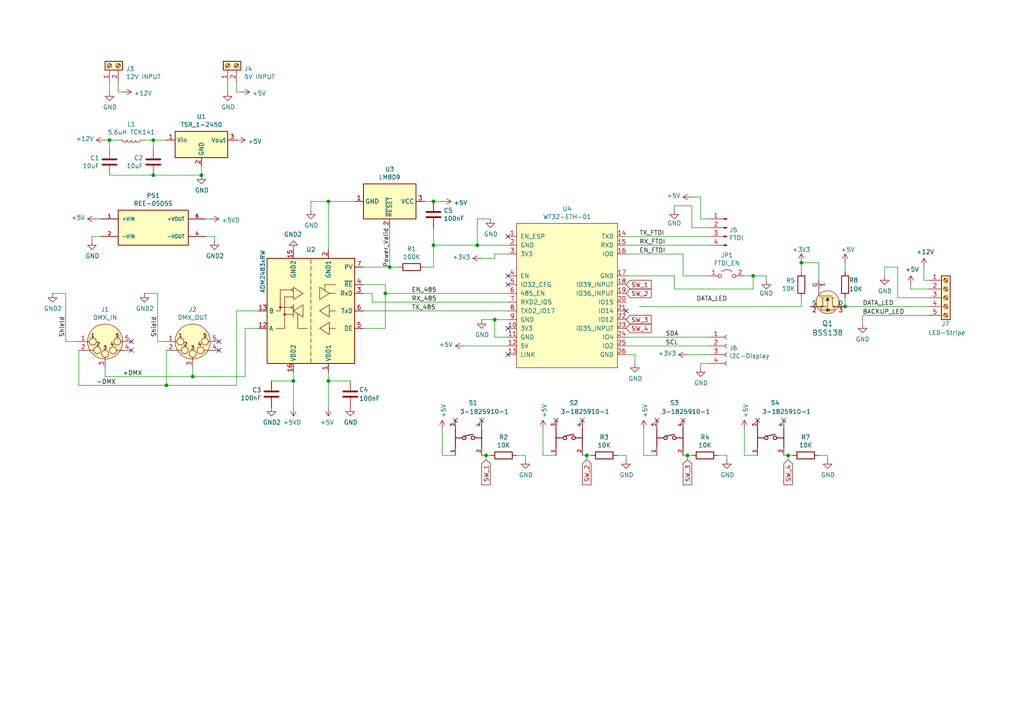
<source format=kicad_sch>
(kicad_sch (version 20211123) (generator eeschema)
  (paper "A4")
  (title_block (title "ESP-Pixel-LED-Controller") (date "2022-06-25") (rev "V0.1") (company "Luki-Lights Veranstaltungstechnik x BHT"))
  (lib_symbols
    (symbol "Connector:Conn_01x04_Female" (pin_names (offset 1.016) hide)
      (property "Reference" "J" (at 0 5.08 0))
      (property "Value" "Conn_01x04_Female" (at 0 -7.62 0))
      (symbol "Conn_01x04_Female_1_1"
        (arc (start 0 -4.572) (mid -0.508 -5.08) (end 0 -5.588) (stroke (width 0.1524)))
        (arc (start 0 -2.032) (mid -0.508 -2.54) (end 0 -3.048) (stroke (width 0.1524)))
        (polyline (pts (xy -1.27 -5.08) (xy -0.508 -5.08)) (stroke (width 0.1524)))
        (polyline (pts (xy -1.27 -2.54) (xy -0.508 -2.54)) (stroke (width 0.1524)))
        (polyline (pts (xy -1.27 0) (xy -0.508 0)) (stroke (width 0.1524)))
        (polyline (pts (xy -1.27 2.54) (xy -0.508 2.54)) (stroke (width 0.1524)))
        (arc (start 0 0.508) (mid -0.508 0) (end 0 -0.508) (stroke (width 0.1524)))
        (arc (start 0 3.048) (mid -0.508 2.54) (end 0 2.032) (stroke (width 0.1524)))
        (pin passive line (at -5.08 2.54 0) (length 3.81) (name "Pin_1") (number "1"))
        (pin passive line (at -5.08 0 0) (length 3.81) (name "Pin_2") (number "2"))
        (pin passive line (at -5.08 -2.54 0) (length 3.81) (name "Pin_3") (number "3"))
        (pin passive line (at -5.08 -5.08 0) (length 3.81) (name "Pin_4") (number "4"))
      )
    )
    (symbol "Connector:Conn_01x04_Male" (pin_names (offset 1.016) hide)
      (property "Reference" "J" (at 0 5.08 0))
      (property "Value" "Conn_01x04_Male" (at 0 -7.62 0))
      (symbol "Conn_01x04_Male_1_1"
        (polyline (pts (xy 1.27 -5.08) (xy 0.8636 -5.08)) (stroke (width 0.1524)))
        (polyline (pts (xy 1.27 -2.54) (xy 0.8636 -2.54)) (stroke (width 0.1524)))
        (polyline (pts (xy 1.27 0) (xy 0.8636 0)) (stroke (width 0.1524)))
        (polyline (pts (xy 1.27 2.54) (xy 0.8636 2.54)) (stroke (width 0.1524)))
        (rectangle (start 0.8636 -4.953) (end 0 -5.207) (stroke (width 0.1524)) (fill (type outline)))
        (rectangle (start 0.8636 -2.413) (end 0 -2.667) (stroke (width 0.1524)) (fill (type outline)))
        (rectangle (start 0.8636 0.127) (end 0 -0.127) (stroke (width 0.1524)) (fill (type outline)))
        (rectangle (start 0.8636 2.667) (end 0 2.413) (stroke (width 0.1524)) (fill (type outline)))
        (pin passive line (at 5.08 2.54 180) (length 3.81) (name "Pin_1") (number "1"))
        (pin passive line (at 5.08 0 180) (length 3.81) (name "Pin_2") (number "2"))
        (pin passive line (at 5.08 -2.54 180) (length 3.81) (name "Pin_3") (number "3"))
        (pin passive line (at 5.08 -5.08 180) (length 3.81) (name "Pin_4") (number "4"))
      )
    )
    (symbol "Connector:Screw_Terminal_01x02" (pin_names (offset 1.016) hide)
      (property "Reference" "J" (at 0 2.54 0))
      (property "Value" "Screw_Terminal_01x02" (at 0 -5.08 0))
      (symbol "Screw_Terminal_01x02_1_1"
        (rectangle (start -1.27 1.27) (end 1.27 -3.81) (stroke (width 0.254)) (fill (type background)))
        (circle (center 0 -2.54) (radius 0.635) (stroke (width 0.1524)))
        (polyline (pts (xy -0.5334 -2.2098) (xy 0.3302 -3.048)) (stroke (width 0.1524)))
        (polyline (pts (xy -0.5334 0.3302) (xy 0.3302 -0.508)) (stroke (width 0.1524)))
        (polyline (pts (xy -0.3556 -2.032) (xy 0.508 -2.8702)) (stroke (width 0.1524)))
        (polyline (pts (xy -0.3556 0.508) (xy 0.508 -0.3302)) (stroke (width 0.1524)))
        (circle (center 0 0) (radius 0.635) (stroke (width 0.1524)))
        (pin passive line (at -5.08 0 0) (length 3.81) (name "Pin_1") (number "1"))
        (pin passive line (at -5.08 -2.54 0) (length 3.81) (name "Pin_2") (number "2"))
      )
    )
    (symbol "Connector:Screw_Terminal_01x05" (pin_names (offset 1.016) hide)
      (property "Reference" "J" (at 0 7.62 0))
      (property "Value" "Screw_Terminal_01x05" (at 0 -7.62 0))
      (symbol "Screw_Terminal_01x05_1_1"
        (rectangle (start -1.27 6.35) (end 1.27 -6.35) (stroke (width 0.254)) (fill (type background)))
        (circle (center 0 -5.08) (radius 0.635) (stroke (width 0.1524)))
        (circle (center 0 -2.54) (radius 0.635) (stroke (width 0.1524)))
        (polyline (pts (xy -0.5334 -4.7498) (xy 0.3302 -5.588)) (stroke (width 0.1524)))
        (polyline (pts (xy -0.5334 -2.2098) (xy 0.3302 -3.048)) (stroke (width 0.1524)))
        (polyline (pts (xy -0.5334 0.3302) (xy 0.3302 -0.508)) (stroke (width 0.1524)))
        (polyline (pts (xy -0.5334 2.8702) (xy 0.3302 2.032)) (stroke (width 0.1524)))
        (polyline (pts (xy -0.5334 5.4102) (xy 0.3302 4.572)) (stroke (width 0.1524)))
        (polyline (pts (xy -0.3556 -4.572) (xy 0.508 -5.4102)) (stroke (width 0.1524)))
        (polyline (pts (xy -0.3556 -2.032) (xy 0.508 -2.8702)) (stroke (width 0.1524)))
        (polyline (pts (xy -0.3556 0.508) (xy 0.508 -0.3302)) (stroke (width 0.1524)))
        (polyline (pts (xy -0.3556 3.048) (xy 0.508 2.2098)) (stroke (width 0.1524)))
        (polyline (pts (xy -0.3556 5.588) (xy 0.508 4.7498)) (stroke (width 0.1524)))
        (circle (center 0 0) (radius 0.635) (stroke (width 0.1524)))
        (circle (center 0 2.54) (radius 0.635) (stroke (width 0.1524)))
        (circle (center 0 5.08) (radius 0.635) (stroke (width 0.1524)))
        (pin passive line (at -5.08 5.08 0) (length 3.81) (name "Pin_1") (number "1"))
        (pin passive line (at -5.08 2.54 0) (length 3.81) (name "Pin_2") (number "2"))
        (pin passive line (at -5.08 0 0) (length 3.81) (name "Pin_3") (number "3"))
        (pin passive line (at -5.08 -2.54 0) (length 3.81) (name "Pin_4") (number "4"))
        (pin passive line (at -5.08 -5.08 0) (length 3.81) (name "Pin_5") (number "5"))
      )
    )
    (symbol "Connector:XLR5" (pin_names hide)
      (property "Reference" "J" (at 0 8.89 0))
      (property "Value" "XLR5" (at 0 6.35 0))
      (symbol "XLR5_0_1"
        (circle (center -3.556 0) (radius 1.016))
        (circle (center -2.286 -2.54) (radius 1.016))
        (circle (center 0 -3.556) (radius 1.016))
        (polyline (pts (xy -5.08 -2.54) (xy -4.445 -2.54)))
        (polyline (pts (xy -5.08 0) (xy -4.572 0)))
        (polyline (pts (xy -4.572 -2.54) (xy -3.302 -2.54)))
        (polyline (pts (xy 0 -5.08) (xy 0 -4.572)))
        (polyline (pts (xy 4.572 -2.54) (xy 3.302 -2.54)))
        (polyline (pts (xy 5.08 -2.54) (xy 4.445 -2.54)))
        (polyline (pts (xy 5.08 0) (xy 4.572 0)))
        (circle (center 0 0) (radius 5.08) (fill (type background)))
        (circle (center 2.286 -2.54) (radius 1.016))
        (circle (center 3.556 0) (radius 1.016))
        (text "1" (at -3.556 1.778 0) (effects (font (size 1.016 1.016) bold)))
        (text "2" (at -2.032 -0.762 0) (effects (font (size 1.016 1.016) bold)))
        (text "3" (at 0 -1.778 0) (effects (font (size 1.016 1.016) bold)))
        (text "4" (at 2.032 -0.762 0) (effects (font (size 1.016 1.016) bold)))
        (text "5" (at 3.556 1.778 0) (effects (font (size 1.016 1.016) bold)))
      )
      (symbol "XLR5_1_1"
        (pin passive line (at -7.62 0 0) (length 2.54) (name "P1") (number "1"))
        (pin passive line (at -7.62 -2.54 0) (length 2.54) (name "P2") (number "2"))
        (pin passive line (at 0 -7.62 90) (length 2.54) (name "P3") (number "3"))
        (pin passive line (at 7.62 -2.54 180) (length 2.54) (name "P3") (number "4"))
        (pin passive line (at 7.62 0 180) (length 2.54) (name "P5") (number "5"))
      )
    )
    (symbol "Device:C" (pin_numbers hide) (pin_names (offset 0.254))
      (property "Reference" "C" (at 0.635 2.54 0))
      (property "Value" "C" (at 0.635 -2.54 0))
      (symbol "C_0_1"
        (polyline (pts (xy -2.032 -0.762) (xy 2.032 -0.762)) (stroke (width 0.508)))
        (polyline (pts (xy -2.032 0.762) (xy 2.032 0.762)) (stroke (width 0.508)))
      )
      (symbol "C_1_1"
        (pin passive line (at 0 3.81 270) (length 2.794) (name "~") (number "1"))
        (pin passive line (at 0 -3.81 90) (length 2.794) (name "~") (number "2"))
      )
    )
    (symbol "Device:L" (pin_numbers hide) (pin_names (offset 1.016) hide)
      (property "Reference" "L" (at -1.27 0 90))
      (property "Value" "L" (at 1.905 0 90))
      (symbol "L_0_1"
        (arc (start 0 -2.54) (mid 0.635 -1.905) (end 0 -1.27))
        (arc (start 0 -1.27) (mid 0.635 -0.635) (end 0 0))
        (arc (start 0 0) (mid 0.635 0.635) (end 0 1.27))
        (arc (start 0 1.27) (mid 0.635 1.905) (end 0 2.54))
      )
      (symbol "L_1_1"
        (pin passive line (at 0 3.81 270) (length 1.27) (name "1") (number "1"))
        (pin passive line (at 0 -3.81 90) (length 1.27) (name "2") (number "2"))
      )
    )
    (symbol "Device:R" (pin_numbers hide) (pin_names (offset 0))
      (property "Reference" "R" (at 2.032 0 90))
      (property "Value" "R" (at 0 0 90))
      (symbol "R_0_1"
        (rectangle (start -1.016 -2.54) (end 1.016 2.54) (stroke (width 0.254)))
      )
      (symbol "R_1_1"
        (pin passive line (at 0 3.81 270) (length 1.27) (name "~") (number "1"))
        (pin passive line (at 0 -3.81 90) (length 1.27) (name "~") (number "2"))
      )
    )
    (symbol "ESP_Encoder_Breakout-rescue:430156095726-WE_430156095726" (pin_names (offset 1.016) hide)
      (property "Reference" "S" (at 0.0254 5.9436 0))
      (property "Value" "430156095726-WE_430156095726" (at -3.7084 -4.3688 0))
      (symbol "430156095726-WE_430156095726_0_0"
        (polyline (pts (xy 0 -2.54) (xy -2.54 -2.54)) (stroke (width 0.254)))
        (polyline (pts (xy 0 -2.54) (xy 0 -0.5334)) (stroke (width 0.254)))
        (polyline (pts (xy 0 3.0734) (xy 0 5.08)) (stroke (width 0.254)))
        (polyline (pts (xy 0 5.08) (xy -2.54 5.08)) (stroke (width 0.254)))
        (polyline (pts (xy 0.4826 2.7432) (xy 1.0414 -0.0762)) (stroke (width 0.254)))
        (polyline (pts (xy 2.54 -2.54) (xy 0 -2.54)) (stroke (width 0.254)))
        (polyline (pts (xy 2.54 5.08) (xy 0 5.08)) (stroke (width 0.254)))
        (circle (center 0 0) (radius 0.508) (stroke (width 0.254)))
        (circle (center 0 2.54) (radius 0.508) (stroke (width 0.254)))
        (pin passive line (at -5.08 5.08 0) (length 2.54) (name "~") (number "1"))
        (pin passive line (at -5.08 -2.54 0) (length 2.54) (name "~") (number "2"))
        (pin passive line (at 5.08 5.08 180) (length 2.54) (name "~") (number "3"))
        (pin passive line (at 5.08 -2.54 180) (length 2.54) (name "~") (number "4"))
      )
    )
    (symbol "ESP_Encoder_Breakout-rescue:BSS138-dk_Transistors-FETs-MOSFETs-Single" (pin_names (offset 0))
      (property "Reference" "Q" (at -2.6924 3.6322 0))
      (property "Value" "BSS138-dk_Transistors-FETs-MOSFETs-Single" (at 3.4544 0 90))
      (symbol "BSS138-dk_Transistors-FETs-MOSFETs-Single_0_1"
        (circle (center -1.27 0) (radius 3.302) (fill (type background)))
        (circle (center 0 -1.905) (radius 0.127))
        (circle (center 0 -1.397) (radius 0.127))
        (polyline (pts (xy 0 -1.397) (xy -2.54 -1.397)))
        (polyline (pts (xy -5.08 -2.54) (xy -3.048 -2.54) (xy -3.048 1.397)))
        (polyline (pts (xy 0 -2.54) (xy 0 0) (xy -2.54 0)))
        (polyline (pts (xy 0 2.54) (xy 0 1.397) (xy -2.54 1.397)))
        (polyline (pts (xy -0.127 -1.905) (xy 1.016 -1.905) (xy 1.016 1.397) (xy 1.016 1.905) (xy -0.127 1.905)))
        (circle (center 0 1.905) (radius 0.127))
      )
      (symbol "BSS138-dk_Transistors-FETs-MOSFETs-Single_1_1"
        (polyline (pts (xy -2.54 -1.397) (xy -2.54 -1.905)))
        (polyline (pts (xy -2.54 -1.397) (xy -2.54 -0.889)))
        (polyline (pts (xy -2.54 0) (xy -2.54 -0.508)))
        (polyline (pts (xy -2.54 0) (xy -2.54 0.508)))
        (polyline (pts (xy -2.54 1.905) (xy -2.54 0.889)))
        (polyline (pts (xy 1.524 0.508) (xy 0.508 0.508)))
        (polyline (pts (xy -2.54 0) (xy -1.778 0.508) (xy -1.778 -0.508) (xy -2.54 0)) (fill (type outline)))
        (polyline (pts (xy 1.016 0.508) (xy 0.508 -0.254) (xy 1.524 -0.254) (xy 1.016 0.508)) (fill (type outline)))
        (pin bidirectional line (at -7.62 -2.54 0) (length 2.54) (name "G") (number "1"))
        (pin bidirectional line (at 0 -5.08 90) (length 2.54) (name "S") (number "2"))
        (pin bidirectional line (at 0 5.08 270) (length 2.54) (name "D") (number "3"))
      )
    )
    (symbol "ESP_Encoder_Breakout-rescue:REE-0505S-REE-0505S" (pin_names (offset 1.016))
      (property "Reference" "PS" (at -10.16 6.35 0))
      (property "Value" "REE-0505S-REE-0505S" (at -10.16 -7.62 0))
      (symbol "REE-0505S-REE-0505S_0_0"
        (rectangle (start -10.16 -5.08) (end 10.16 5.08) (stroke (width 0.254)) (fill (type background)))
        (pin input line (at -15.24 2.54 0) (length 5.08) (name "+VIN") (number "1"))
        (pin input line (at -15.24 -2.54 0) (length 5.08) (name "-VIN") (number "2"))
        (pin output line (at 15.24 -2.54 180) (length 5.08) (name "-VOUT") (number "4"))
        (pin output line (at 15.24 2.54 180) (length 5.08) (name "+VOUT") (number "6"))
      )
    )
    (symbol "ESP_Encoder_Breakout-rescue:WT32-ETH-01-dk_RF-Transceiver-Modules" (pin_names (offset 1.016))
      (property "Reference" "U" (at -11.43 -21.59 0))
      (property "Value" "WT32-ETH-01-dk_RF-Transceiver-Modules" (at 0 2.54 90))
      (symbol "WT32-ETH-01-dk_RF-Transceiver-Modules_0_1"
        (rectangle (start -13.97 22.86) (end 15.24 -19.05) (fill (type background)))
      )
      (symbol "WT32-ETH-01-dk_RF-Transceiver-Modules_1_1"
        (pin input line (at -16.51 19.05 0) (length 2.54) (name "EN_ESP") (number "1"))
        (pin input line (at -16.51 -7.62 0) (length 2.54) (name "3V3") (number "10"))
        (pin input line (at -16.51 -10.16 0) (length 2.54) (name "GND") (number "11"))
        (pin input line (at -16.51 -12.7 0) (length 2.54) (name "5V") (number "12"))
        (pin input line (at -16.51 -15.24 0) (length 2.54) (name "LINK") (number "13"))
        (pin output line (at 17.78 19.05 180) (length 2.54) (name "TXD") (number "14"))
        (pin input line (at 17.78 16.51 180) (length 2.54) (name "RXD~{}") (number "15"))
        (pin input line (at 17.78 13.97 180) (length 2.54) (name "IO0~{}") (number "16"))
        (pin input line (at 17.78 7.62 180) (length 2.54) (name "GND") (number "17"))
        (pin input line (at 17.78 5.08 180) (length 2.54) (name "IO39_INPUT~{}") (number "18"))
        (pin input line (at 17.78 2.54 180) (length 2.54) (name "IO36_INPUT~{}") (number "19"))
        (pin input line (at -16.51 16.51 0) (length 2.54) (name "GND~{}") (number "2"))
        (pin bidirectional line (at 17.78 0 180) (length 2.54) (name "IO15~{}") (number "20"))
        (pin bidirectional line (at 17.78 -2.54 180) (length 2.54) (name "IO14~{}") (number "21"))
        (pin bidirectional line (at 17.78 -5.08 180) (length 2.54) (name "IO12~{}") (number "22"))
        (pin input line (at 17.78 -7.62 180) (length 2.54) (name "IO35_INPUT") (number "23"))
        (pin bidirectional line (at 17.78 -10.16 180) (length 2.54) (name "IO4") (number "24"))
        (pin bidirectional line (at 17.78 -12.7 180) (length 2.54) (name "IO2") (number "25"))
        (pin input line (at 17.78 -15.24 180) (length 2.54) (name "GND") (number "26"))
        (pin input line (at -16.51 13.97 0) (length 2.54) (name "3V3") (number "3"))
        (pin input line (at -16.51 7.62 0) (length 2.54) (name "EN") (number "4"))
        (pin input line (at -16.51 5.08 0) (length 2.54) (name "IO32_CFG") (number "5"))
        (pin input line (at -16.51 2.54 0) (length 2.54) (name "485_EN") (number "6"))
        (pin input line (at -16.51 0 0) (length 2.54) (name "RXD2_IO5") (number "7"))
        (pin output line (at -16.51 -2.54 0) (length 2.54) (name "TXD2_IO17") (number "8"))
        (pin input line (at -16.51 -5.08 0) (length 2.54) (name "GND") (number "9"))
      )
    )
    (symbol "Interface_UART:ADM2483xRW"
      (property "Reference" "U" (at -12.7 16.51 0))
      (property "Value" "ADM2483xRW" (at 6.35 16.51 0))
      (symbol "ADM2483xRW_0_0"
        (polyline (pts (xy 0 -13.589) (xy 0 -14.859)))
        (polyline (pts (xy 0 -11.684) (xy 0 -12.954)))
        (polyline (pts (xy 0 -9.779) (xy 0 -11.049)))
        (polyline (pts (xy 0 -7.874) (xy 0 -9.144)))
        (polyline (pts (xy 0 -5.969) (xy 0 -7.239)))
        (polyline (pts (xy 0 -4.064) (xy 0 -5.334)))
        (polyline (pts (xy 0 -2.159) (xy 0 -3.429)))
        (polyline (pts (xy 0 -0.254) (xy 0 -1.524)))
        (polyline (pts (xy 0 1.651) (xy 0 0.381)))
        (polyline (pts (xy 0 3.556) (xy 0 2.286)))
        (polyline (pts (xy 0 5.461) (xy 0 4.191)))
        (polyline (pts (xy 0 7.366) (xy 0 6.096)))
        (polyline (pts (xy 0 9.271) (xy 0 8.001)))
        (polyline (pts (xy 0 11.176) (xy 0 9.906)))
        (polyline (pts (xy 0 13.081) (xy 0 11.811)))
        (polyline (pts (xy 0 14.986) (xy 0 13.716)))
      )
      (symbol "ADM2483xRW_0_1"
        (rectangle (start -12.7 15.24) (end 12.7 -15.24) (stroke (width 0.254)) (fill (type background)))
        (polyline (pts (xy -5.334 -5.08) (xy -7.112 -5.08)))
        (polyline (pts (xy -5.334 0) (xy -7.112 0)))
        (polyline (pts (xy -5.334 5.08) (xy -7.112 5.08)))
        (polyline (pts (xy 5.08 1.016) (xy 7.62 1.016)))
        (polyline (pts (xy 5.08 1.905) (xy 5.08 -1.905)))
        (polyline (pts (xy 5.715 -1.016) (xy 8.89 -1.016)))
        (polyline (pts (xy -7.112 -7.62) (xy -4.064 -7.62) (xy -4.064 -5.969)))
        (polyline (pts (xy 1.016 5.08) (xy 3.81 5.08) (xy 3.81 0.889)))
        (polyline (pts (xy -5.334 -5.08) (xy -2.54 -3.302) (xy -2.54 -6.858) (xy -5.334 -5.08)))
        (polyline (pts (xy -2.54 0) (xy -5.334 1.778) (xy -5.334 -1.778) (xy -2.54 0)))
        (polyline (pts (xy -2.54 5.08) (xy -5.334 6.858) (xy -5.334 3.302) (xy -2.54 5.08)))
        (polyline (pts (xy 2.286 -5.08) (xy 5.08 -3.302) (xy 5.08 -6.858) (xy 2.286 -5.08)))
        (polyline (pts (xy 5.08 -4.064) (xy 7.62 -4.064) (xy 7.62 5.08) (xy 10.16 5.08)))
        (polyline (pts (xy 5.08 0) (xy 2.286 1.778) (xy 2.286 -1.778) (xy 5.08 0)))
        (polyline (pts (xy 5.715 -6.096) (xy 8.89 -6.096) (xy 8.89 0) (xy 10.16 0)))
        (circle (center 5.3848 -6.0706) (radius 0.3048))
        (circle (center 5.3848 -0.9906) (radius 0.3048))
        (circle (center 7.62 1.016) (radius 0.254) (fill (type outline)))
        (circle (center 8.89 -1.016) (radius 0.254) (fill (type outline)))
      )
      (symbol "ADM2483xRW_1_1"
        (pin power_in line (at -5.08 17.78 270) (length 2.54) (name "VDD1") (number "1"))
        (pin no_connect line (at 7.62 -15.24 90) (length 2.54) hide (name "NC") (number "10"))
        (pin no_connect line (at 12.7 -7.62 180) (length 2.54) hide (name "NC") (number "11"))
        (pin bidirectional line (at 15.24 5.08 180) (length 2.54) (name "A") (number "12"))
        (pin bidirectional line (at 15.24 0 180) (length 2.54) (name "B") (number "13"))
        (pin no_connect line (at 12.7 7.62 180) (length 2.54) hide (name "NC") (number "14"))
        (pin power_in line (at 5.08 -17.78 90) (length 2.54) (name "GND2") (number "15"))
        (pin power_in line (at 5.08 17.78 270) (length 2.54) (name "VDD2") (number "16"))
        (pin power_in line (at -5.08 -17.78 90) (length 2.54) (name "GND1") (number "2"))
        (pin output line (at -15.24 -5.08 0) (length 2.54) (name "RxD") (number "3"))
        (pin input line (at -15.24 -7.62 0) (length 2.54) (name "~{RE}") (number "4"))
        (pin input line (at -15.24 5.08 0) (length 2.54) (name "DE") (number "5"))
        (pin input line (at -15.24 0 0) (length 2.54) (name "TxD") (number "6"))
        (pin input line (at -15.24 -12.7 0) (length 2.54) (name "PV") (number "7"))
        (pin passive line (at -5.08 -17.78 90) (length 2.54) hide (name "GND1") (number "8"))
        (pin passive line (at 5.08 -17.78 90) (length 2.54) hide (name "GND2") (number "9"))
      )
    )
    (symbol "Jumper:Jumper_2_Open" (pin_names (offset 0) hide)
      (property "Reference" "JP" (at 0 2.794 0))
      (property "Value" "Jumper_2_Open" (at 0 -2.286 0))
      (symbol "Jumper_2_Open_0_0"
        (circle (center -2.032 0) (radius 0.508))
        (circle (center 2.032 0) (radius 0.508))
      )
      (symbol "Jumper_2_Open_0_1"
        (arc (start 1.524 1.27) (mid 0 1.778) (end -1.524 1.27))
      )
      (symbol "Jumper_2_Open_1_1"
        (pin passive line (at -5.08 0 0) (length 2.54) (name "A") (number "1"))
        (pin passive line (at 5.08 0 180) (length 2.54) (name "B") (number "2"))
      )
    )
    (symbol "Power_Supervisor:LM809"
      (property "Reference" "U" (at 2.54 12.7 0))
      (property "Value" "LM809" (at 5.08 10.16 0))
      (symbol "LM809_0_1"
        (rectangle (start 5.08 7.62) (end -5.08 -7.62) (stroke (width 0.254)) (fill (type background)))
      )
      (symbol "LM809_1_1"
        (pin power_in line (at 0 -10.16 90) (length 2.54) (name "GND") (number "1"))
        (pin output line (at 7.62 0 180) (length 2.54) (name "~{RESET}") (number "2"))
        (pin power_in line (at 0 10.16 270) (length 2.54) (name "VCC") (number "3"))
      )
    )
    (symbol "Regulator_Switching:TSR_1-2450"
      (property "Reference" "U" (at -7.62 6.35 0))
      (property "Value" "TSR_1-2450" (at -1.27 6.35 0))
      (symbol "TSR_1-2450_0_1"
        (rectangle (start -7.62 5.08) (end 7.62 -2.54) (stroke (width 0.254)) (fill (type background)))
      )
      (symbol "TSR_1-2450_1_1"
        (pin power_in line (at -10.16 2.54 0) (length 2.54) (name "Vin") (number "1"))
        (pin power_in line (at 0 -5.08 90) (length 2.54) (name "GND") (number "2"))
        (pin power_out line (at 10.16 2.54 180) (length 2.54) (name "Vout") (number "3"))
      )
    )
    (symbol "power:+12V" (power) (pin_names (offset 0))
      (property "Value" "+12V" (at 0 3.556 0))
      (symbol "+12V_0_1"
        (polyline (pts (xy -0.762 1.27) (xy 0 2.54)))
        (polyline (pts (xy 0 0) (xy 0 2.54)))
        (polyline (pts (xy 0 2.54) (xy 0.762 1.27)))
      )
      (symbol "+12V_1_1"
        (pin power_in line (at 0 0 90) (length 0) hide (name "+12V") (number "1"))
      )
    )
    (symbol "power:+3.3V" (power) (pin_names (offset 0))
      (property "Value" "+3.3V" (at 0 3.556 0))
      (symbol "+3.3V_0_1"
        (polyline (pts (xy -0.762 1.27) (xy 0 2.54)))
        (polyline (pts (xy 0 0) (xy 0 2.54)))
        (polyline (pts (xy 0 2.54) (xy 0.762 1.27)))
      )
      (symbol "+3.3V_1_1"
        (pin power_in line (at 0 0 90) (length 0) hide (name "+3V3") (number "1"))
      )
    )
    (symbol "power:+5V" (power) (pin_names (offset 0))
      (property "Value" "+5V" (at 0 3.556 0))
      (symbol "+5V_0_1"
        (polyline (pts (xy -0.762 1.27) (xy 0 2.54)))
        (polyline (pts (xy 0 0) (xy 0 2.54)))
        (polyline (pts (xy 0 2.54) (xy 0.762 1.27)))
      )
      (symbol "+5V_1_1"
        (pin power_in line (at 0 0 90) (length 0) hide (name "+5V") (number "1"))
      )
    )
    (symbol "power:+5VD" (power) (pin_names (offset 0))
      (property "Value" "+5VD" (at 0 3.556 0))
      (symbol "+5VD_0_1"
        (polyline (pts (xy -0.762 1.27) (xy 0 2.54)))
        (polyline (pts (xy 0 0) (xy 0 2.54)))
        (polyline (pts (xy 0 2.54) (xy 0.762 1.27)))
      )
      (symbol "+5VD_1_1"
        (pin power_in line (at 0 0 90) (length 0) hide (name "+5VD") (number "1"))
      )
    )
    (symbol "power:GND" (power) (pin_names (offset 0))
      (property "Value" "GND" (at 0 -3.81 0))
      (symbol "GND_0_1"
        (polyline (pts (xy 0 0) (xy 0 -1.27) (xy 1.27 -1.27) (xy 0 -2.54) (xy -1.27 -1.27) (xy 0 -1.27)))
      )
      (symbol "GND_1_1"
        (pin power_in line (at 0 0 270) (length 0) hide (name "GND") (number "1"))
      )
    )
    (symbol "power:GND2" (power) (pin_names (offset 0))
      (property "Value" "GND2" (at 0 -3.81 0))
      (symbol "GND2_0_1"
        (polyline (pts (xy 0 0) (xy 0 -1.27) (xy 1.27 -1.27) (xy 0 -2.54) (xy -1.27 -1.27) (xy 0 -1.27)))
      )
      (symbol "GND2_1_1"
        (pin power_in line (at 0 0 270) (length 0) hide (name "GND2") (number "1"))
      )
    )
  )
  (junction (at 125.73 58.42))
  (junction (at 228.6 132.08))
  (junction (at 232.41 76.2))
  (junction (at 111.76 85.09))
  (junction (at 245.11 88.9))
  (junction (at 170.18 132.08))
  (junction (at 138.43 71.12))
  (junction (at 95.25 110.49))
  (junction (at 140.97 132.08))
  (junction (at 55.88 109.22))
  (junction (at 113.03 77.47))
  (junction (at 199.39 132.08))
  (junction (at 85.09 110.49))
  (junction (at 48.26 111.76))
  (junction (at 31.75 40.64))
  (junction (at 218.44 80.01))
  (junction (at 95.25 58.42))
  (junction (at 58.42 50.8))
  (junction (at 125.73 71.12))
  (junction (at 44.45 40.64))
  (junction (at 44.45 50.8))
  (junction (at 143.51 92.71))
  (no_connect (at 190.5 121.92))
  (no_connect (at 38.1 101.6))
  (no_connect (at 227.33 121.92))
  (no_connect (at 147.32 95.25))
  (no_connect (at 58.42 -36.83))
  (no_connect (at 63.5 101.6))
  (no_connect (at 168.91 121.92))
  (no_connect (at 147.32 82.55))
  (no_connect (at 147.32 102.87))
  (no_connect (at 38.1 99.06))
  (no_connect (at 132.08 121.92))
  (no_connect (at 139.7 121.92))
  (no_connect (at 63.5 99.06))
  (no_connect (at 198.12 121.92))
  (no_connect (at 181.61 90.17))
  (no_connect (at 219.71 121.92))
  (no_connect (at 161.29 121.92))
  (no_connect (at 147.32 68.58))
  (no_connect (at 147.32 80.01))
  (wire (pts (xy 245.11 76.2) (xy 245.11 78.74)))
  (wire (pts (xy 85.09 110.49) (xy 85.09 107.95)))
  (wire (pts (xy 22.86 99.06) (xy 19.05 99.06)))
  (wire (pts (xy 143.51 92.71) (xy 143.51 97.79)))
  (wire (pts (xy 227.33 132.08) (xy 228.6 132.08)))
  (wire (pts (xy 215.9 132.08) (xy 219.71 132.08)))
  (wire (pts (xy 264.16 83.82) (xy 264.16 82.55)))
  (wire (pts (xy 107.95 85.09) (xy 107.95 87.63)))
  (wire (pts (xy 105.41 90.17) (xy 147.32 90.17)))
  (wire (pts (xy 245.11 86.36) (xy 245.11 88.9)))
  (wire (pts (xy 198.12 80.01) (xy 205.74 80.01)))
  (wire (pts (xy 143.51 97.79) (xy 147.32 97.79)))
  (wire (pts (xy 128.27 124.46) (xy 128.27 132.08)))
  (wire (pts (xy 55.88 109.22) (xy 55.88 106.68)))
  (wire (pts (xy 240.03 132.08) (xy 240.03 133.35)))
  (wire (pts (xy 113.03 77.47) (xy 115.57 77.47)))
  (wire (pts (xy 237.49 76.2) (xy 237.49 81.28)))
  (wire (pts (xy 232.41 88.9) (xy 232.41 86.36)))
  (wire (pts (xy 105.41 77.47) (xy 113.03 77.47)))
  (wire (pts (xy 30.48 106.68) (xy 30.48 109.22)))
  (wire (pts (xy 71.12 95.25) (xy 74.93 95.25)))
  (wire (pts (xy 138.43 71.12) (xy 147.32 71.12)))
  (wire (pts (xy 218.44 80.01) (xy 222.25 80.01)))
  (wire (pts (xy 101.6 110.49) (xy 95.25 110.49)))
  (wire (pts (xy 95.25 58.42) (xy 95.25 72.39)))
  (wire (pts (xy 181.61 100.33) (xy 205.74 100.33)))
  (wire (pts (xy 111.76 85.09) (xy 147.32 85.09)))
  (wire (pts (xy 78.74 110.49) (xy 85.09 110.49)))
  (wire (pts (xy 181.61 97.79) (xy 205.74 97.79)))
  (wire (pts (xy 181.61 73.66) (xy 198.12 73.66)))
  (wire (pts (xy 48.26 111.76) (xy 48.26 101.6)))
  (wire (pts (xy 245.11 88.9) (xy 269.24 88.9)))
  (wire (pts (xy 107.95 87.63) (xy 147.32 87.63)))
  (wire (pts (xy 205.74 102.87) (xy 199.39 102.87)))
  (wire (pts (xy 200.66 57.15) (xy 203.2 57.15)))
  (wire (pts (xy 30.48 109.22) (xy 55.88 109.22)))
  (wire (pts (xy 138.43 63.5) (xy 142.24 63.5)))
  (wire (pts (xy 184.15 102.87) (xy 184.15 105.41)))
  (wire (pts (xy 125.73 71.12) (xy 125.73 77.47)))
  (wire (pts (xy 199.39 132.08) (xy 200.66 132.08)))
  (wire (pts (xy 71.12 109.22) (xy 71.12 95.25)))
  (wire (pts (xy 44.45 40.64) (xy 48.26 40.64)))
  (wire (pts (xy 260.35 86.36) (xy 269.24 86.36)))
  (wire (pts (xy 27.94 63.5) (xy 29.21 63.5)))
  (wire (pts (xy 68.58 111.76) (xy 48.26 111.76)))
  (wire (pts (xy 205.74 66.04) (xy 200.66 66.04)))
  (wire (pts (xy 138.43 71.12) (xy 138.43 63.5)))
  (wire (pts (xy 181.61 71.12) (xy 205.74 71.12)))
  (wire (pts (xy 147.32 92.71) (xy 143.51 92.71)))
  (wire (pts (xy 195.58 59.69) (xy 195.58 60.96)))
  (wire (pts (xy 260.35 86.36) (xy 260.35 77.47)))
  (wire (pts (xy 149.86 132.08) (xy 152.4 132.08)))
  (wire (pts (xy 19.05 85.09) (xy 19.05 99.06)))
  (wire (pts (xy 218.44 83.82) (xy 218.44 80.01)))
  (wire (pts (xy 140.97 132.08) (xy 142.24 132.08)))
  (wire (pts (xy 269.24 81.28) (xy 267.97 81.28)))
  (wire (pts (xy 102.87 58.42) (xy 95.25 58.42)))
  (wire (pts (xy 181.61 132.08) (xy 181.61 133.35)))
  (wire (pts (xy 208.28 132.08) (xy 210.82 132.08)))
  (wire (pts (xy 29.21 68.58) (xy 26.67 68.58)))
  (wire (pts (xy 111.76 85.09) (xy 111.76 95.25)))
  (wire (pts (xy 232.41 78.74) (xy 232.41 76.2)))
  (wire (pts (xy 203.2 106.68) (xy 203.2 105.41)))
  (wire (pts (xy 41.91 40.64) (xy 44.45 40.64)))
  (wire (pts (xy 203.2 63.5) (xy 205.74 63.5)))
  (wire (pts (xy 34.29 26.67) (xy 35.56 26.67)))
  (wire (pts (xy 143.51 73.66) (xy 143.51 74.93)))
  (wire (pts (xy 26.67 68.58) (xy 26.67 69.85)))
  (wire (pts (xy 203.2 57.15) (xy 203.2 63.5)))
  (wire (pts (xy 203.2 105.41) (xy 205.74 105.41)))
  (wire (pts (xy 181.61 80.01) (xy 195.58 80.01)))
  (wire (pts (xy 59.69 63.5) (xy 60.96 63.5)))
  (wire (pts (xy 113.03 66.04) (xy 113.03 77.47)))
  (wire (pts (xy 195.58 83.82) (xy 218.44 83.82)))
  (wire (pts (xy 168.91 132.08) (xy 170.18 132.08)))
  (wire (pts (xy 31.75 40.64) (xy 31.75 43.18)))
  (wire (pts (xy 170.18 132.08) (xy 170.18 133.35)))
  (wire (pts (xy 22.86 111.76) (xy 22.86 101.6)))
  (wire (pts (xy 30.48 40.64) (xy 31.75 40.64)))
  (wire (pts (xy 256.54 77.47) (xy 256.54 80.01)))
  (wire (pts (xy 205.74 68.58) (xy 181.61 68.58)))
  (wire (pts (xy 111.76 82.55) (xy 105.41 82.55)))
  (wire (pts (xy 198.12 73.66) (xy 198.12 80.01)))
  (wire (pts (xy 143.51 92.71) (xy 139.7 92.71)))
  (wire (pts (xy 31.75 24.13) (xy 31.75 26.67)))
  (wire (pts (xy 123.19 58.42) (xy 125.73 58.42)))
  (wire (pts (xy 186.69 124.46) (xy 186.69 132.08)))
  (wire (pts (xy 125.73 58.42) (xy 128.27 58.42)))
  (wire (pts (xy 157.48 124.46) (xy 157.48 132.08)))
  (wire (pts (xy 170.18 132.08) (xy 171.45 132.08)))
  (wire (pts (xy 90.17 60.96) (xy 90.17 58.42)))
  (wire (pts (xy 105.41 85.09) (xy 107.95 85.09)))
  (wire (pts (xy 228.6 132.08) (xy 229.87 132.08)))
  (wire (pts (xy 179.07 132.08) (xy 181.61 132.08)))
  (wire (pts (xy 250.19 91.44) (xy 269.24 91.44)))
  (wire (pts (xy 34.29 24.13) (xy 34.29 26.67)))
  (wire (pts (xy 125.73 71.12) (xy 138.43 71.12)))
  (wire (pts (xy 111.76 82.55) (xy 111.76 85.09)))
  (wire (pts (xy 59.69 68.58) (xy 62.23 68.58)))
  (wire (pts (xy 22.86 111.76) (xy 48.26 111.76)))
  (wire (pts (xy 55.88 109.22) (xy 71.12 109.22)))
  (wire (pts (xy 269.24 83.82) (xy 264.16 83.82)))
  (wire (pts (xy 161.29 132.08) (xy 157.48 132.08)))
  (wire (pts (xy 90.17 58.42) (xy 95.25 58.42)))
  (wire (pts (xy 200.66 66.04) (xy 200.66 59.69)))
  (wire (pts (xy 195.58 80.01) (xy 195.58 83.82)))
  (wire (pts (xy 143.51 74.93) (xy 139.7 74.93)))
  (wire (pts (xy 228.6 133.35) (xy 228.6 132.08)))
  (wire (pts (xy 200.66 59.69) (xy 195.58 59.69)))
  (wire (pts (xy 74.93 90.17) (xy 68.58 90.17)))
  (wire (pts (xy 41.91 85.09) (xy 45.72 85.09)))
  (wire (pts (xy 62.23 68.58) (xy 62.23 69.85)))
  (wire (pts (xy 44.45 40.64) (xy 44.45 43.18)))
  (wire (pts (xy 147.32 100.33) (xy 134.62 100.33)))
  (wire (pts (xy 111.76 95.25) (xy 105.41 95.25)))
  (wire (pts (xy 68.58 26.67) (xy 68.58 24.13)))
  (wire (pts (xy 198.12 132.08) (xy 199.39 132.08)))
  (wire (pts (xy 181.61 102.87) (xy 184.15 102.87)))
  (wire (pts (xy 15.24 85.09) (xy 19.05 85.09)))
  (wire (pts (xy 152.4 133.35) (xy 152.4 132.08)))
  (wire (pts (xy 260.35 77.47) (xy 256.54 77.47)))
  (wire (pts (xy 85.09 118.11) (xy 85.09 110.49)))
  (wire (pts (xy 140.97 133.35) (xy 140.97 132.08)))
  (wire (pts (xy 190.5 132.08) (xy 186.69 132.08)))
  (wire (pts (xy 69.85 26.67) (xy 68.58 26.67)))
  (wire (pts (xy 215.9 124.46) (xy 215.9 132.08)))
  (wire (pts (xy 237.49 132.08) (xy 240.03 132.08)))
  (wire (pts (xy 139.7 132.08) (xy 140.97 132.08)))
  (wire (pts (xy 31.75 50.8) (xy 44.45 50.8)))
  (wire (pts (xy 250.19 91.44) (xy 250.19 93.98)))
  (wire (pts (xy 185.42 88.9) (xy 232.41 88.9)))
  (wire (pts (xy 58.42 48.26) (xy 58.42 50.8)))
  (wire (pts (xy 68.58 90.17) (xy 68.58 111.76)))
  (wire (pts (xy 267.97 81.28) (xy 267.97 77.47)))
  (wire (pts (xy 66.04 24.13) (xy 66.04 26.67)))
  (wire (pts (xy 125.73 77.47) (xy 123.19 77.47)))
  (wire (pts (xy 218.44 80.01) (xy 215.9 80.01)))
  (wire (pts (xy 31.75 40.64) (xy 34.29 40.64)))
  (wire (pts (xy 45.72 85.09) (xy 45.72 99.06)))
  (wire (pts (xy 125.73 66.04) (xy 125.73 71.12)))
  (wire (pts (xy 128.27 132.08) (xy 132.08 132.08)))
  (wire (pts (xy 48.26 99.06) (xy 45.72 99.06)))
  (wire (pts (xy 95.25 118.11) (xy 95.25 110.49)))
  (wire (pts (xy 147.32 73.66) (xy 143.51 73.66)))
  (wire (pts (xy 222.25 80.01) (xy 222.25 81.28)))
  (wire (pts (xy 44.45 50.8) (xy 58.42 50.8)))
  (wire (pts (xy 95.25 110.49) (xy 95.25 107.95)))
  (wire (pts (xy 210.82 132.08) (xy 210.82 133.35)))
  (wire (pts (xy 232.41 76.2) (xy 237.49 76.2)))
  (wire (pts (xy 199.39 133.35) (xy 199.39 132.08)))
  (label "EN_485" (at 119.38 85.09 0))
  (label "BACKUP_LED" (at 250.19 91.44 0))
  (label "RX_485" (at 119.38 87.63 0))
  (label "DATA_LED" (at 250.19 88.9 0))
  (label "EN_FTDI" (at 185.42 73.66 0))
  (label "SCL" (at 193.04 100.33 0))
  (label "Shield" (at 45.72 97.79 90))
  (label "-DMX" (at 27.94 111.76 0))
  (label "SDA" (at 193.04 97.79 0))
  (label "Shield" (at 19.05 97.79 90))
  (label "TX_FTDI" (at 185.42 68.58 0))
  (label "Power_Valid" (at 113.03 77.47 90))
  (label "TX_485" (at 119.38 90.17 0))
  (label "DATA_LED" (at 201.93 87.63 0))
  (label "+DMX" (at 35.56 109.22 0))
  (label "RX_FTDI" (at 185.42 71.12 0))
  (global_label "SW_3" (shape input) (at 181.61 92.71 0) (property "Intersheet References" "${INTERSHEET_REFS}" (effects hide)))
  (global_label "SW_1" (shape input) (at 181.61 82.55 0) (property "Intersheet References" "${INTERSHEET_REFS}" (effects hide)))
  (global_label "SW_2" (shape input) (at 170.18 133.35 270) (property "Intersheet References" "${INTERSHEET_REFS}" (effects hide)))
  (global_label "SW_4" (shape input) (at 228.6 133.35 270) (property "Intersheet References" "${INTERSHEET_REFS}" (effects hide)))
  (global_label "SW_2" (shape input) (at 181.61 85.09 0) (property "Intersheet References" "${INTERSHEET_REFS}" (effects hide)))
  (global_label "SW_4" (shape input) (at 181.61 95.25 0) (property "Intersheet References" "${INTERSHEET_REFS}" (effects hide)))
  (global_label "SW_1" (shape input) (at 140.97 133.35 270) (property "Intersheet References" "${INTERSHEET_REFS}" (effects hide)))
  (global_label "SW_3" (shape input) (at 199.39 133.35 270) (property "Intersheet References" "${INTERSHEET_REFS}" (effects hide)))
  (symbol (lib_id "ESP_Encoder_Breakout-rescue:WT32-ETH-01-dk_RF-Transceiver-Modules") (at 163.83 87.63 0) (unit 1)
    (property "Reference" "U4" (at 164.465 60.579 0))
    (property "Value" "WT32-ETH-01" (at 164.465 62.8904 0))
    (property "Footprint" "WT32_ETH01:WT32_ETH01" (effects hide))
  )
  (symbol (lib_id "Connector:Conn_01x04_Male") (at 210.82 66.04 0) (mirror y) (unit 1)
    (property "Reference" "J5" (at 211.5312 66.7004 0) (effects (justify right)))
    (property "Value" "FTDI" (at 211.5312 69.0118 0) (effects (justify right)))
    (property "Footprint" "Connector_PinSocket_2.54mm:PinSocket_1x04_P2.54mm_Vertical" (effects hide))
  )
  (symbol (lib_id "Jumper:Jumper_2_Open") (at 210.82 80.01 0) (unit 1)
    (property "Reference" "JP1" (at 210.82 74.041 0))
    (property "Value" "FTDI_EN" (at 210.82 76.3524 0))
    (property "Footprint" "Connector_PinSocket_2.54mm:PinSocket_1x02_P2.54mm_Vertical" (effects hide))
  )
  (symbol (lib_id "power:GND") (at 222.25 81.28 0) (unit 1)
    (property "Reference" "#PWR0131" (effects hide))
    (property "Value" "GND" (at 222.25 85.09 0))
  )
  (symbol (lib_id "power:GND") (at 139.7 92.71 0) (unit 1)
    (property "Reference" "#PWR0101" (effects hide))
    (property "Value" "GND" (at 139.827 97.1042 0))
  )
  (symbol (lib_id "power:+5V") (at 134.62 100.33 90) (unit 1)
    (property "Reference" "#PWR0102" (effects hide))
    (property "Value" "+5V" (at 131.3688 99.949 90) (effects (justify left)))
  )
  (symbol (lib_id "power:GND") (at 184.15 105.41 0) (unit 1)
    (property "Reference" "#PWR0103" (effects hide))
    (property "Value" "GND" (at 184.277 109.8042 0))
  )
  (symbol (lib_id "power:GND") (at 142.24 63.5 0) (unit 1)
    (property "Reference" "#PWR0104" (effects hide))
    (property "Value" "GND" (at 142.367 67.8942 0))
  )
  (symbol (lib_id "power:+5V") (at 200.66 57.15 90) (unit 1)
    (property "Reference" "#PWR0105" (effects hide))
    (property "Value" "+5V" (at 197.4088 56.769 90) (effects (justify left)))
  )
  (symbol (lib_id "power:GND") (at 195.58 60.96 0) (unit 1)
    (property "Reference" "#PWR0106" (effects hide))
    (property "Value" "GND" (at 195.58 64.77 0))
  )
  (symbol (lib_id "Interface_UART:ADM2483xRW") (at 90.17 90.17 180) (unit 1)
    (property "Reference" "U2" (at 90.17 72.39 0))
    (property "Value" "ADM2483xRW" (at 76.2 78.74 90))
    (property "Footprint" "Package_SO:SOIC-16W_7.5x10.3mm_P1.27mm" (effects hide))
    (property "Datasheet" "https://www.analog.com/media/en/technical-documentation/data-sheets/adm2483.pdf" (effects hide))
  )
  (symbol (lib_id "power:+5V") (at 95.25 118.11 180) (unit 1)
    (property "Reference" "#PWR0107" (effects hide))
    (property "Value" "+5V" (at 94.869 122.5042 0))
  )
  (symbol (lib_id "Device:C") (at 101.6 114.3 180) (unit 1)
    (property "Reference" "C4" (at 104.14 113.03 0) (effects (justify right)))
    (property "Value" "100nF" (at 104.14 115.57 0) (effects (justify right)))
    (property "Footprint" "Capacitor_SMD:C_0805_2012Metric_Pad1.18x1.45mm_HandSolder" (effects hide))
  )
  (symbol (lib_id "power:GND") (at 101.6 118.11 0) (unit 1)
    (property "Reference" "#PWR0108" (effects hide))
    (property "Value" "GND" (at 101.727 122.5042 0))
  )
  (symbol (lib_id "Power_Supervisor:LM809") (at 113.03 58.42 270) (unit 1)
    (property "Reference" "U3" (at 113.03 49.0982 90))
    (property "Value" "LM809" (at 113.03 51.4096 90))
    (property "Footprint" "Package_TO_SOT_SMD:SOT-23" (effects hide))
    (property "Datasheet" "http://www.ti.com/lit/ds/symlink/lm809.pdf" (effects hide))
  )
  (symbol (lib_id "power:+5V") (at 128.27 58.42 270) (unit 1)
    (property "Reference" "#PWR0119" (effects hide))
    (property "Value" "+5V" (at 131.5212 58.801 90) (effects (justify left)))
  )
  (symbol (lib_id "power:GND") (at 90.17 60.96 0) (unit 1)
    (property "Reference" "#PWR0109" (effects hide))
    (property "Value" "GND" (at 90.297 65.3542 0))
  )
  (symbol (lib_id "power:GND") (at 203.2 106.68 0) (unit 1)
    (property "Reference" "#PWR0110" (effects hide))
    (property "Value" "GND" (at 203.327 111.0742 0))
  )
  (symbol (lib_id "Device:R") (at 119.38 77.47 270) (unit 1)
    (property "Reference" "R1" (at 119.38 72.2122 90))
    (property "Value" "100K" (at 119.38 74.5236 90))
    (property "Footprint" "Resistor_SMD:R_0805_2012Metric_Pad1.20x1.40mm_HandSolder" (effects hide))
  )
  (symbol (lib_id "Connector:Conn_01x04_Female") (at 210.82 100.33 0) (unit 1)
    (property "Reference" "J6" (at 211.5312 100.9396 0) (effects (justify left)))
    (property "Value" "I2C-Display" (at 211.5312 103.251 0) (effects (justify left)))
    (property "Footprint" "SSD1306:128x64OLED" (effects hide))
  )
  (symbol (lib_id "Device:R") (at 146.05 132.08 270) (unit 1)
    (property "Reference" "R2" (at 146.05 126.8222 90))
    (property "Value" "10K" (at 146.05 129.1336 90))
    (property "Footprint" "Resistor_SMD:R_0805_2012Metric_Pad1.20x1.40mm_HandSolder" (effects hide))
  )
  (symbol (lib_id "Device:R") (at 175.26 132.08 270) (unit 1)
    (property "Reference" "R3" (at 175.26 126.8222 90))
    (property "Value" "10K" (at 175.26 129.1336 90))
    (property "Footprint" "Resistor_SMD:R_0805_2012Metric_Pad1.20x1.40mm_HandSolder" (effects hide))
  )
  (symbol (lib_id "Device:R") (at 204.47 132.08 270) (unit 1)
    (property "Reference" "R4" (at 204.47 126.8222 90))
    (property "Value" "10K" (at 204.47 129.1336 90))
    (property "Footprint" "Resistor_SMD:R_0805_2012Metric_Pad1.20x1.40mm_HandSolder" (effects hide))
  )
  (symbol (lib_id "Device:R") (at 233.68 132.08 270) (unit 1)
    (property "Reference" "R7" (at 233.68 126.8222 90))
    (property "Value" "10K" (at 233.68 129.1336 90))
    (property "Footprint" "Resistor_SMD:R_0805_2012Metric_Pad1.20x1.40mm_HandSolder" (effects hide))
  )
  (symbol (lib_id "power:GND") (at 152.4 133.35 0) (unit 1)
    (property "Reference" "#PWR0118" (effects hide))
    (property "Value" "GND" (at 152.527 137.7442 0))
  )
  (symbol (lib_id "power:GND") (at 181.61 133.35 0) (unit 1)
    (property "Reference" "#PWR0117" (effects hide))
    (property "Value" "GND" (at 181.737 137.7442 0))
  )
  (symbol (lib_id "power:GND") (at 210.82 133.35 0) (unit 1)
    (property "Reference" "#PWR0116" (effects hide))
    (property "Value" "GND" (at 210.947 137.7442 0))
  )
  (symbol (lib_id "power:GND") (at 240.03 133.35 0) (unit 1)
    (property "Reference" "#PWR0115" (effects hide))
    (property "Value" "GND" (at 240.157 137.7442 0))
  )
  (symbol (lib_id "power:+5V") (at 186.69 124.46 0) (unit 1)
    (property "Reference" "#PWR0114" (effects hide))
    (property "Value" "+5V" (at 187.071 121.2088 90) (effects (justify left)))
  )
  (symbol (lib_id "power:+5V") (at 157.48 124.46 0) (unit 1)
    (property "Reference" "#PWR0113" (effects hide))
    (property "Value" "+5V" (at 157.861 121.2088 90) (effects (justify left)))
  )
  (symbol (lib_id "power:+5V") (at 128.27 124.46 0) (unit 1)
    (property "Reference" "#PWR0111" (effects hide))
    (property "Value" "+5V" (at 128.651 121.2088 90) (effects (justify left)))
  )
  (symbol (lib_id "power:+5V") (at 215.9 124.46 0) (unit 1)
    (property "Reference" "#PWR0112" (effects hide))
    (property "Value" "+5V" (at 216.281 121.2088 90) (effects (justify left)))
  )
  (symbol (lib_id "ESP_Encoder_Breakout-rescue:430156095726-WE_430156095726") (at 166.37 127 90) (unit 1)
    (property "Reference" "S2" (at 165.1 116.84 90) (effects (justify right)))
    (property "Value" "3-1825910-1" (at 162.56 119.38 90) (effects (justify right)))
    (property "Footprint" "Button_Switch_THT:WE_4301X60957X6" (effects hide))
    (property "OPERATION-FORCE" "260g" (effects hide))
    (property "PART-NUMBER" "430156095726" (effects hide))
    (property "H" "9.5mm" (effects hide))
    (property "QTY" "200" (effects hide))
    (property "DATASHEET-URL" "https://www.we-online.com/catalog/datasheet/430156095726.pdf" (effects hide))
  )
  (symbol (lib_id "ESP_Encoder_Breakout-rescue:430156095726-WE_430156095726") (at 137.16 127 90) (unit 1)
    (property "Reference" "S1" (at 135.89 116.84 90) (effects (justify right)))
    (property "Value" "3-1825910-1" (at 133.35 119.38 90) (effects (justify right)))
    (property "Footprint" "Button_Switch_THT:WE_4301X60957X6" (effects hide))
    (property "OPERATION-FORCE" "260g" (effects hide))
    (property "PART-NUMBER" "430156095726" (effects hide))
    (property "H" "9.5mm" (effects hide))
    (property "QTY" "200" (effects hide))
    (property "DATASHEET-URL" "https://www.we-online.com/catalog/datasheet/430156095726.pdf" (effects hide))
  )
  (symbol (lib_id "ESP_Encoder_Breakout-rescue:430156095726-WE_430156095726") (at 195.58 127 90) (unit 1)
    (property "Reference" "S3" (at 194.31 116.84 90) (effects (justify right)))
    (property "Value" "3-1825910-1" (at 191.77 119.38 90) (effects (justify right)))
    (property "Footprint" "Button_Switch_THT:WE_4301X60957X6" (effects hide))
    (property "OPERATION-FORCE" "260g" (effects hide))
    (property "PART-NUMBER" "430156095726" (effects hide))
    (property "H" "9.5mm" (effects hide))
    (property "QTY" "200" (effects hide))
    (property "DATASHEET-URL" "https://www.we-online.com/catalog/datasheet/430156095726.pdf" (effects hide))
  )
  (symbol (lib_id "ESP_Encoder_Breakout-rescue:430156095726-WE_430156095726") (at 224.79 127 90) (unit 1)
    (property "Reference" "S4" (at 223.52 116.84 90) (effects (justify right)))
    (property "Value" "3-1825910-1" (at 220.98 119.38 90) (effects (justify right)))
    (property "Footprint" "Button_Switch_THT:WE_4301X60957X6" (effects hide))
    (property "OPERATION-FORCE" "260g" (effects hide))
    (property "PART-NUMBER" "430156095726" (effects hide))
    (property "H" "9.5mm" (effects hide))
    (property "QTY" "200" (effects hide))
    (property "DATASHEET-URL" "https://www.we-online.com/catalog/datasheet/430156095726.pdf" (effects hide))
  )
  (symbol (lib_id "Device:C") (at 125.73 62.23 180) (unit 1)
    (property "Reference" "C5" (at 128.651 61.0616 0) (effects (justify right)))
    (property "Value" "100nF" (at 128.651 63.373 0) (effects (justify right)))
    (property "Footprint" "Capacitor_SMD:C_0805_2012Metric_Pad1.18x1.45mm_HandSolder" (effects hide))
  )
  (symbol (lib_id "ESP_Encoder_Breakout-rescue:REE-0505S-REE-0505S") (at 44.45 66.04 0) (unit 1)
    (property "Reference" "PS1" (at 44.45 56.7182 0))
    (property "Value" "REE-0505S" (at 44.45 59.0296 0))
    (property "Footprint" "Converter_DCDC:CONV_REE-0505S" (effects hide))
    (property "STANDARD" "Manufacturer Recommendations" (effects hide))
    (property "PARTREV" "N/A" (effects hide))
    (property "MANUFACTURER" "RECOM" (effects hide))
    (property "MAXIMUM_PACKAGE_HEIGHT" "10.20mm" (effects hide))
  )
  (symbol (lib_id "power:+5VD") (at 85.09 118.11 180) (unit 1)
    (property "Reference" "#PWR0121" (effects hide))
    (property "Value" "+5VD" (at 84.709 122.5042 0))
  )
  (symbol (lib_id "Device:C") (at 78.74 114.3 0) (mirror x) (unit 1)
    (property "Reference" "C3" (at 75.819 113.1316 0) (effects (justify right)))
    (property "Value" "100nF" (at 75.819 115.443 0) (effects (justify right)))
    (property "Footprint" "Capacitor_SMD:C_0805_2012Metric_Pad1.18x1.45mm_HandSolder" (effects hide))
  )
  (symbol (lib_id "power:GND") (at 26.67 69.85 0) (unit 1)
    (property "Reference" "#PWR0122" (effects hide))
    (property "Value" "GND" (at 26.797 74.2442 0))
  )
  (symbol (lib_id "power:+5V") (at 27.94 63.5 90) (unit 1)
    (property "Reference" "#PWR0123" (effects hide))
    (property "Value" "+5V" (at 24.6888 63.119 90) (effects (justify left)))
  )
  (symbol (lib_id "power:+5VD") (at 60.96 63.5 270) (unit 1)
    (property "Reference" "#PWR0124" (effects hide))
    (property "Value" "+5VD" (at 64.2112 63.881 90) (effects (justify left)))
  )
  (symbol (lib_id "power:GND2") (at 62.23 69.85 0) (unit 1)
    (property "Reference" "#PWR0125" (effects hide))
    (property "Value" "GND2" (at 62.357 74.2442 0))
  )
  (symbol (lib_id "power:GND2") (at 78.74 118.11 0) (unit 1)
    (property "Reference" "#PWR0126" (effects hide))
    (property "Value" "GND2" (at 78.867 122.5042 0))
  )
  (symbol (lib_id "power:GND2") (at 85.09 72.39 180) (unit 1)
    (property "Reference" "#PWR0127" (effects hide))
    (property "Value" "GND2" (at 84.963 67.9958 0))
  )
  (symbol (lib_id "power:+3.3V") (at 139.7 74.93 90) (unit 1)
    (property "Reference" "#PWR0128" (effects hide))
    (property "Value" "+3.3V" (at 136.4488 74.549 90) (effects (justify left)))
  )
  (symbol (lib_id "Connector:XLR5") (at 30.48 99.06 0) (unit 1)
    (property "Reference" "J1" (at 30.48 89.789 0))
    (property "Value" "DMX_IN" (at 30.48 92.1004 0))
    (property "Footprint" "Connector_Audio:Jack_XLR_Neutrik_NC5MBH-B_Horizontal" (effects hide))
    (property "Datasheet" " ~" (effects hide))
  )
  (symbol (lib_id "Connector:XLR5") (at 55.88 99.06 0) (unit 1)
    (property "Reference" "J2" (at 55.88 89.789 0))
    (property "Value" "DMX_OUT" (at 55.88 92.1004 0))
    (property "Footprint" "Connector_Audio:Jack_XLR_Neutrik_NC5FBH-B_Horizontal" (effects hide))
    (property "Datasheet" " ~" (effects hide))
  )
  (symbol (lib_id "power:GND2") (at 41.91 85.09 0) (unit 1)
    (property "Reference" "#PWR0129" (effects hide))
    (property "Value" "GND2" (at 42.037 89.4842 0))
  )
  (symbol (lib_id "power:GND2") (at 15.24 85.09 0) (unit 1)
    (property "Reference" "#PWR0130" (effects hide))
    (property "Value" "GND2" (at 15.367 89.4842 0))
  )
  (symbol (lib_id "power:+12V") (at 30.48 40.64 90) (unit 1)
    (property "Reference" "#PWR0132" (effects hide))
    (property "Value" "+12V" (at 27.2288 40.259 90) (effects (justify left)))
  )
  (symbol (lib_id "Device:L") (at 38.1 40.64 270) (unit 1)
    (property "Reference" "L1" (at 38.1 36.0426 90))
    (property "Value" "5,6uH TCK141" (at 38.1 38.354 90))
    (property "Footprint" "WT32_ETH01:TCK-141" (effects hide))
  )
  (symbol (lib_id "Device:C") (at 31.75 46.99 0) (mirror x) (unit 1)
    (property "Reference" "C1" (at 28.829 45.8216 0) (effects (justify right)))
    (property "Value" "10uF" (at 28.829 48.133 0) (effects (justify right)))
    (property "Footprint" "Capacitor_SMD:C_1206_3216Metric_Pad1.33x1.80mm_HandSolder" (effects hide))
  )
  (symbol (lib_id "Device:C") (at 44.45 46.99 0) (mirror x) (unit 1)
    (property "Reference" "C2" (at 41.529 45.8216 0) (effects (justify right)))
    (property "Value" "10uF" (at 41.529 48.133 0) (effects (justify right)))
    (property "Footprint" "Capacitor_SMD:C_1206_3216Metric_Pad1.33x1.80mm_HandSolder" (effects hide))
  )
  (symbol (lib_id "Regulator_Switching:TSR_1-2450") (at 58.42 43.18 0) (unit 1)
    (property "Reference" "U1" (at 58.42 33.8582 0))
    (property "Value" "TSR_1-2450" (at 58.42 36.1696 0))
    (property "Footprint" "Converter_DCDC:Converter_DCDC_TRACO_TSR-1_THT" (effects hide))
    (property "Datasheet" "http://www.tracopower.com/products/tsr1.pdf" (effects hide))
  )
  (symbol (lib_id "power:GND") (at 58.42 50.8 0) (unit 1)
    (property "Reference" "#PWR0133" (effects hide))
    (property "Value" "GND" (at 58.547 55.1942 0))
  )
  (symbol (lib_id "power:+5V") (at 68.58 40.64 270) (unit 1)
    (property "Reference" "#PWR0134" (effects hide))
    (property "Value" "+5V" (at 71.8312 41.021 90) (effects (justify left)))
  )
  (symbol (lib_id "Connector:Screw_Terminal_01x02") (at 66.04 19.05 90) (unit 1)
    (property "Reference" "J4" (at 70.8152 19.9644 90) (effects (justify right)))
    (property "Value" "5V INPUT" (at 70.8152 22.2758 90) (effects (justify right)))
    (property "Footprint" "TerminalBlock_Wuerth:691102710002" (effects hide))
  )
  (symbol (lib_id "power:+5V") (at 69.85 26.67 270) (unit 1)
    (property "Reference" "#PWR0135" (effects hide))
    (property "Value" "+5V" (at 73.1012 27.051 90) (effects (justify left)))
  )
  (symbol (lib_id "power:GND") (at 66.04 26.67 0) (unit 1)
    (property "Reference" "#PWR0136" (effects hide))
    (property "Value" "GND" (at 66.167 31.0642 0))
  )
  (symbol (lib_id "Connector:Screw_Terminal_01x02") (at 31.75 19.05 90) (unit 1)
    (property "Reference" "J3" (at 36.5252 19.9644 90) (effects (justify right)))
    (property "Value" "12V INPUT" (at 36.5252 22.2758 90) (effects (justify right)))
    (property "Footprint" "TerminalBlock_Wuerth:691102710002" (effects hide))
  )
  (symbol (lib_id "power:+12V") (at 35.56 26.67 270) (unit 1)
    (property "Reference" "#PWR0137" (effects hide))
    (property "Value" "+12V" (at 38.8112 27.051 90) (effects (justify left)))
  )
  (symbol (lib_id "power:GND") (at 31.75 26.67 0) (unit 1)
    (property "Reference" "#PWR0138" (effects hide))
    (property "Value" "GND" (at 31.877 31.0642 0))
  )
  (symbol (lib_id "ESP_Encoder_Breakout-rescue:BSS138-dk_Transistors-FETs-MOSFETs-Single") (at 240.03 88.9 270) (unit 1)
    (property "Reference" "Q1" (at 240.03 93.8276 90) (effects (font (size 1.524 1.524))))
    (property "Value" "BSS138" (at 240.03 96.52 90) (effects (font (size 1.524 1.524))))
    (property "Footprint" "digikey-footprints:SOT-23-3" (effects hide))
    (property "Datasheet" "https://www.onsemi.com/pub/Collateral/BSS138-D.PDF" (effects hide))
    (property "Digi-Key_PN" "BSS138CT-ND" (effects hide))
    (property "MPN" "BSS138" (effects hide))
    (property "Category" "Discrete Semiconductor Products" (effects hide))
    (property "Family" "Transistors - FETs, MOSFETs - Single" (effects hide))
    (property "DK_Datasheet_Link" "https://www.onsemi.com/pub/Collateral/BSS138-D.PDF" (effects hide))
    (property "DK_Detail_Page" "/product-detail/en/on-semiconductor/BSS138/BSS138CT-ND/244294" (effects hide))
    (property "Description" "MOSFET N-CH 50V 220MA SOT-23" (effects hide))
    (property "Manufacturer" "ON Semiconductor" (effects hide))
    (property "Status" "Active" (effects hide))
  )
  (symbol (lib_id "Device:R") (at 232.41 82.55 0) (mirror x) (unit 1)
    (property "Reference" "R5" (at 230.6574 81.3816 0) (effects (justify right)))
    (property "Value" "10K" (at 230.6574 83.693 0) (effects (justify right)))
    (property "Footprint" "Resistor_SMD:R_0805_2012Metric_Pad1.20x1.40mm_HandSolder" (effects hide))
  )
  (symbol (lib_id "Device:R") (at 245.11 82.55 0) (mirror x) (unit 1)
    (property "Reference" "R8" (at 248.92 81.28 0) (effects (justify right)))
    (property "Value" "10K" (at 250.19 83.82 0) (effects (justify right)))
    (property "Footprint" "Resistor_SMD:R_0805_2012Metric_Pad1.20x1.40mm_HandSolder" (effects hide))
  )
  (symbol (lib_id "power:+5V") (at 245.11 76.2 0) (unit 1)
    (property "Reference" "#PWR0141" (effects hide))
    (property "Value" "+5V" (at 243.84 72.39 0) (effects (justify left)))
  )
  (symbol (lib_id "power:+3.3V") (at 232.41 76.2 0) (unit 1)
    (property "Reference" "#PWR0142" (effects hide))
    (property "Value" "+3.3V" (at 232.41 72.39 0))
  )
  (symbol (lib_id "power:+12V") (at 267.97 77.47 0) (unit 1)
    (property "Reference" "#PWR0143" (effects hide))
    (property "Value" "+12V" (at 268.351 73.0758 0))
  )
  (symbol (lib_id "power:GND") (at 256.54 80.01 0) (unit 1)
    (property "Reference" "#PWR0144" (effects hide))
    (property "Value" "GND" (at 256.667 84.4042 0))
  )
  (symbol (lib_id "power:+3.3V") (at 199.39 102.87 90) (unit 1)
    (property "Reference" "#PWR0145" (effects hide))
    (property "Value" "+3.3V" (at 196.1388 102.489 90) (effects (justify left)))
  )
  (symbol (lib_id "Connector:Screw_Terminal_01x05") (at 274.32 86.36 0) (unit 1)
    (property "Reference" "J7" (at 273.05 93.98 0) (effects (justify left)))
    (property "Value" "LED-Stripe" (at 269.24 96.52 0) (effects (justify left)))
    (property "Footprint" "TerminalBlock_Wuerth:691243110005" (effects hide))
  )
  (symbol (lib_id "power:+5V") (at 264.16 82.55 0) (unit 1)
    (property "Reference" "#PWR0146" (effects hide))
    (property "Value" "+5V" (at 264.541 78.1558 0))
  )
  (symbol (lib_id "power:GND") (at 250.19 93.98 0) (unit 1)
    (property "Reference" "#PWR0139" (effects hide))
    (property "Value" "GND" (at 250.19 98.4234 0))
  )
)
</source>
